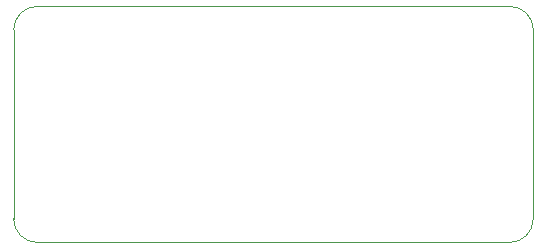
<source format=gbr>
%TF.GenerationSoftware,KiCad,Pcbnew,9.0.1*%
%TF.CreationDate,2025-04-09T10:04:17+05:30*%
%TF.ProjectId,ESPNut-D1,4553504e-7574-42d4-9431-2e6b69636164,0.1*%
%TF.SameCoordinates,Original*%
%TF.FileFunction,Profile,NP*%
%FSLAX46Y46*%
G04 Gerber Fmt 4.6, Leading zero omitted, Abs format (unit mm)*
G04 Created by KiCad (PCBNEW 9.0.1) date 2025-04-09 10:04:17*
%MOMM*%
%LPD*%
G01*
G04 APERTURE LIST*
%TA.AperFunction,Profile*%
%ADD10C,0.100000*%
%TD*%
G04 APERTURE END LIST*
D10*
X42000000Y0D02*
X2000000Y0D01*
X42000000Y20000000D02*
G75*
G02*
X44000000Y18000000I0J-2000000D01*
G01*
X0Y18000000D02*
G75*
G02*
X2000000Y20000000I2000000J0D01*
G01*
X44000000Y2000000D02*
G75*
G02*
X42000000Y0I-2000000J0D01*
G01*
X2000000Y0D02*
G75*
G02*
X0Y2000000I0J2000000D01*
G01*
X2000000Y20000000D02*
X42000000Y20000000D01*
X44000000Y18000000D02*
X44000000Y2000000D01*
X0Y2000000D02*
X0Y18000000D01*
M02*

</source>
